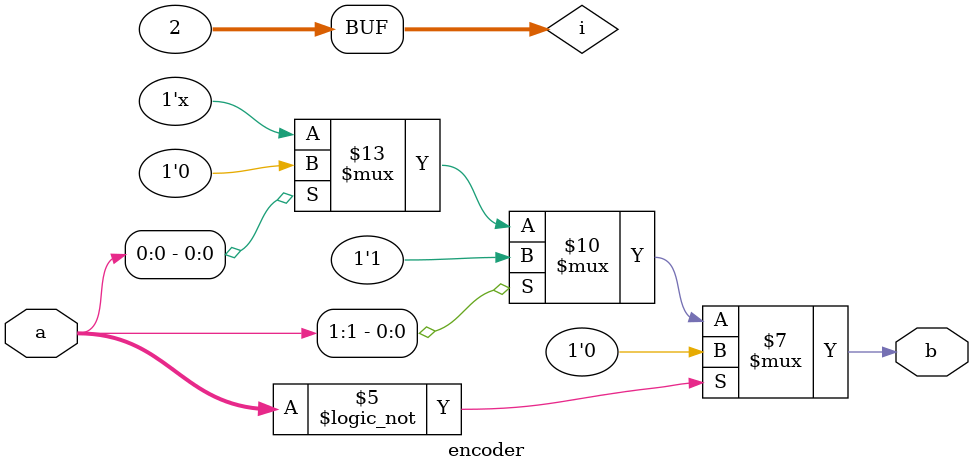
<source format=v>

`timescale 1ns / 1ps

module encoder (a,b) ;
  parameter n = 2;
  parameter m = 1;
  input wire [n - 1 : 0] a;
  output reg [m - 1 : 0] b;

integer i;
always @(a) begin
  for (i = 0; i < n; i = i + 1) begin
    if (a[i] == 1) begin
      b = i;
    end
  end
  if (a == 0) b = 0;
end

endmodule


</source>
